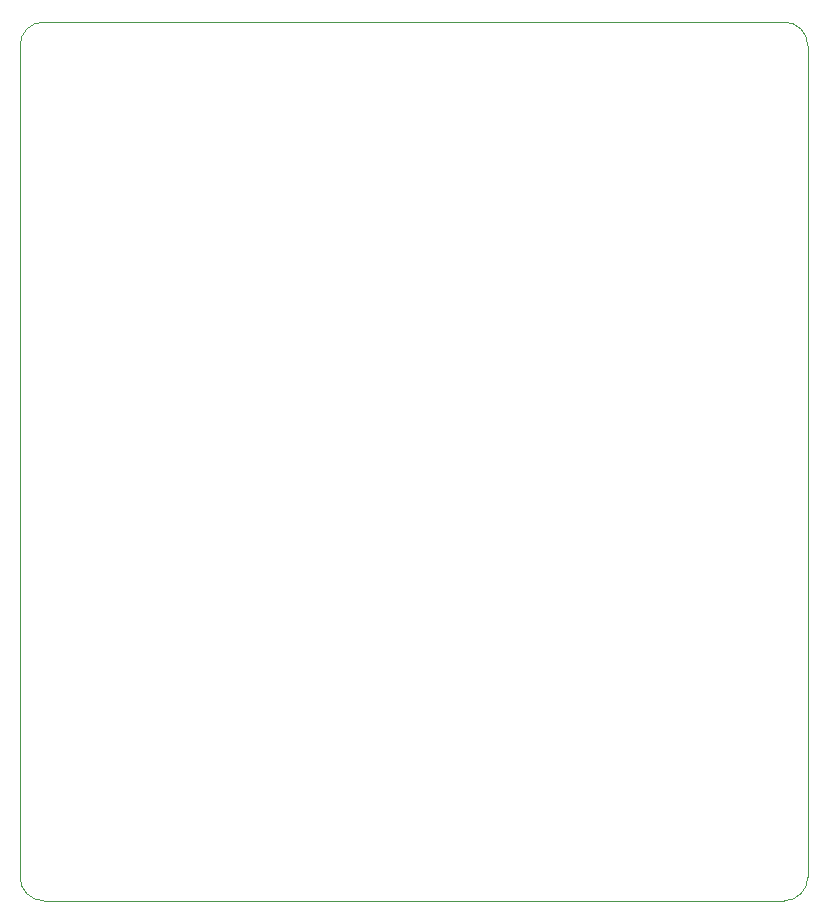
<source format=gbr>
%TF.GenerationSoftware,KiCad,Pcbnew,9.0.4*%
%TF.CreationDate,2025-11-05T21:14:27-05:00*%
%TF.ProjectId,Alpha_Breakout,416c7068-615f-4427-9265-616b6f75742e,rev?*%
%TF.SameCoordinates,Original*%
%TF.FileFunction,Profile,NP*%
%FSLAX46Y46*%
G04 Gerber Fmt 4.6, Leading zero omitted, Abs format (unit mm)*
G04 Created by KiCad (PCBNEW 9.0.4) date 2025-11-05 21:14:27*
%MOMM*%
%LPD*%
G01*
G04 APERTURE LIST*
%TA.AperFunction,Profile*%
%ADD10C,0.050000*%
%TD*%
G04 APERTURE END LIST*
D10*
X115087500Y-134710001D02*
X115087500Y-64310001D01*
X181787500Y-134710001D02*
G75*
G02*
X179787500Y-136710000I-2000000J1D01*
G01*
X179787500Y-62310001D02*
G75*
G02*
X181787499Y-64310001I0J-1999999D01*
G01*
X117087500Y-136710001D02*
G75*
G02*
X115087499Y-134710001I0J2000001D01*
G01*
X115087500Y-64310001D02*
G75*
G02*
X117087500Y-62310000I2000000J1D01*
G01*
X179787500Y-136710001D02*
X117087500Y-136710001D01*
X181787500Y-64310001D02*
X181787500Y-134710001D01*
X117087500Y-62310001D02*
X179787500Y-62310001D01*
M02*

</source>
